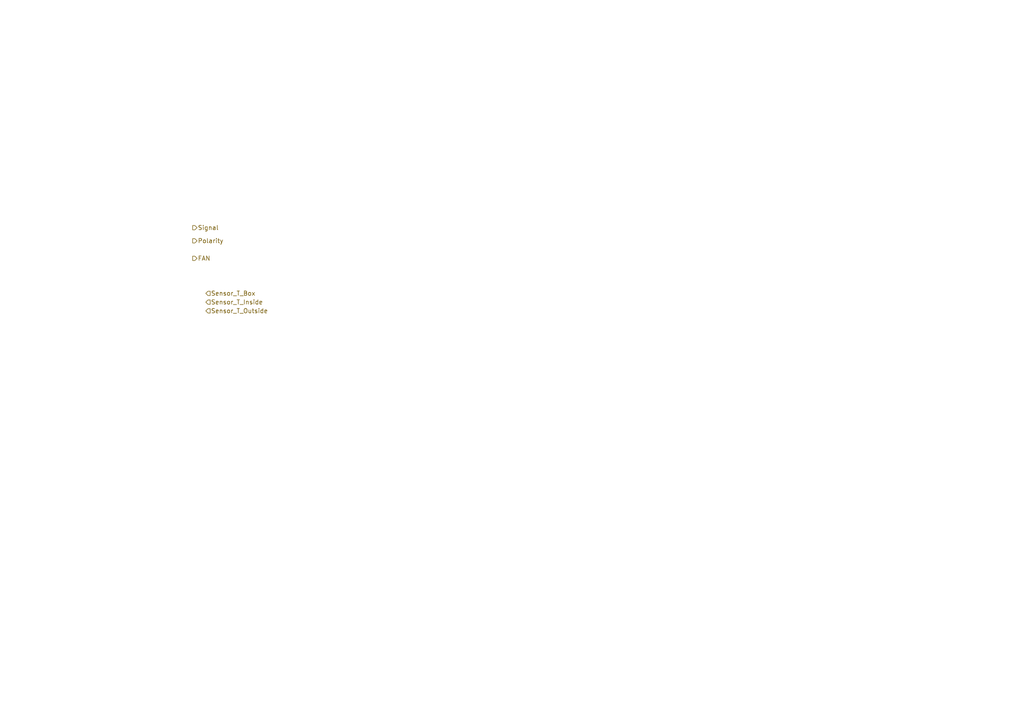
<source format=kicad_sch>
(kicad_sch
	(version 20231120)
	(generator "eeschema")
	(generator_version "8.0")
	(uuid "d729ee55-6fdb-480c-bdfe-9ecab43e2f69")
	(paper "A4")
	(lib_symbols)
	(hierarchical_label "Polarity"
		(shape output)
		(at 55.88 69.85 0)
		(fields_autoplaced yes)
		(effects
			(font
				(size 1.27 1.27)
			)
			(justify left)
		)
		(uuid "58e59239-53d6-4fe1-91c9-a91fc43c9daa")
	)
	(hierarchical_label "FAN"
		(shape output)
		(at 55.88 74.93 0)
		(fields_autoplaced yes)
		(effects
			(font
				(size 1.27 1.27)
			)
			(justify left)
		)
		(uuid "72afd1d8-7600-4424-b3f6-8fcc71496f54")
	)
	(hierarchical_label "Sensor_T_Box"
		(shape input)
		(at 59.69 85.09 0)
		(fields_autoplaced yes)
		(effects
			(font
				(size 1.27 1.27)
			)
			(justify left)
		)
		(uuid "998c822c-1835-41e8-9a53-dbac3211bf62")
	)
	(hierarchical_label "Sensor_T_Outside"
		(shape input)
		(at 59.69 90.17 0)
		(fields_autoplaced yes)
		(effects
			(font
				(size 1.27 1.27)
			)
			(justify left)
		)
		(uuid "9d495c2d-4d91-4e4b-8f2d-0008e92fab5a")
	)
	(hierarchical_label "Sensor_T_Inside"
		(shape input)
		(at 59.69 87.63 0)
		(fields_autoplaced yes)
		(effects
			(font
				(size 1.27 1.27)
			)
			(justify left)
		)
		(uuid "a32ca0a4-7799-49e5-ac11-4df69cf80707")
	)
	(hierarchical_label "Signal"
		(shape output)
		(at 55.88 66.04 0)
		(fields_autoplaced yes)
		(effects
			(font
				(size 1.27 1.27)
			)
			(justify left)
		)
		(uuid "dfdd1bac-d865-4811-b6e3-26c4acce18de")
	)
)

</source>
